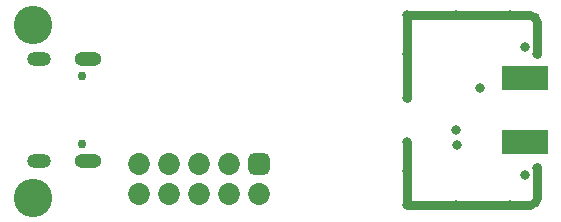
<source format=gbs>
G04*
G04 #@! TF.GenerationSoftware,Altium Limited,Altium Designer,23.0.1 (38)*
G04*
G04 Layer_Color=16711935*
%FSLAX44Y44*%
%MOMM*%
G71*
G04*
G04 #@! TF.SameCoordinates,2C3C84F8-FCB8-4575-ACAA-8387C9F7B7E4*
G04*
G04*
G04 #@! TF.FilePolarity,Negative*
G04*
G01*
G75*
%ADD16C,0.7620*%
%ADD52R,3.9400X2.1400*%
%ADD59C,3.2512*%
%ADD60C,0.2032*%
%ADD61O,2.0032X1.2032*%
%ADD62C,0.7500*%
%ADD63O,2.3032X1.2032*%
%ADD64C,1.8532*%
G04:AMPARAMS|DCode=65|XSize=1.8532mm|YSize=1.8532mm|CornerRadius=0.5141mm|HoleSize=0mm|Usage=FLASHONLY|Rotation=180.000|XOffset=0mm|YOffset=0mm|HoleType=Round|Shape=RoundedRectangle|*
%AMROUNDEDRECTD65*
21,1,1.8532,0.8250,0,0,180.0*
21,1,0.8250,1.8532,0,0,180.0*
1,1,1.0282,-0.4125,0.4125*
1,1,1.0282,0.4125,0.4125*
1,1,1.0282,0.4125,-0.4125*
1,1,1.0282,-0.4125,-0.4125*
%
%ADD65ROUNDEDRECTD65*%
%ADD66C,0.8128*%
D16*
X442725Y13489D02*
G03*
X449075Y19839I0J6350D01*
G01*
X449097Y167894D02*
G03*
X442747Y174244I-6350J0D01*
G01*
X449075Y19839D02*
Y45493D01*
X425707Y13489D02*
X442725D01*
X380495D02*
X425707D01*
X338839Y42952D02*
Y67337D01*
Y13489D02*
Y42952D01*
Y13489D02*
X380495D01*
X338861Y104140D02*
Y141732D01*
X449097Y141986D02*
Y167894D01*
X380517Y174244D02*
X425729D01*
X338861Y141732D02*
Y174244D01*
X380517D01*
X425729D02*
X442747D01*
D52*
X438150Y120992D02*
D03*
Y66992D02*
D03*
D59*
X21590Y20066D02*
D03*
Y166370D02*
D03*
D60*
X8890Y20066D02*
D03*
X21590Y7366D02*
D03*
X30734Y10922D02*
D03*
X12446D02*
D03*
Y29210D02*
D03*
X21590Y32766D02*
D03*
X30734Y29210D02*
D03*
X34290Y20066D02*
D03*
Y166370D02*
D03*
X8890D02*
D03*
X21590Y179070D02*
D03*
Y153670D02*
D03*
X12446Y175514D02*
D03*
X30734Y157226D02*
D03*
X12446D02*
D03*
X30734Y175514D02*
D03*
D61*
X27025Y50792D02*
D03*
Y137192D02*
D03*
D62*
X63825Y65092D02*
D03*
Y122892D02*
D03*
D63*
X68825Y137192D02*
D03*
Y50792D02*
D03*
D64*
X111760Y22860D02*
D03*
X137160D02*
D03*
X111760Y48260D02*
D03*
X137160D02*
D03*
X162560Y22860D02*
D03*
Y48260D02*
D03*
X213360Y22860D02*
D03*
X187960Y48260D02*
D03*
Y22860D02*
D03*
D65*
X213360Y48260D02*
D03*
D66*
X338836Y67310D02*
D03*
X449072Y141986D02*
D03*
Y45466D02*
D03*
X338836Y104140D02*
D03*
Y42926D02*
D03*
X380746Y64262D02*
D03*
X380492Y76992D02*
D03*
X338836Y174244D02*
D03*
X400558Y113030D02*
D03*
X338836Y141732D02*
D03*
X380492Y174244D02*
D03*
X425704D02*
D03*
Y13462D02*
D03*
X380492D02*
D03*
X338836D02*
D03*
X438150Y39116D02*
D03*
Y147320D02*
D03*
M02*

</source>
